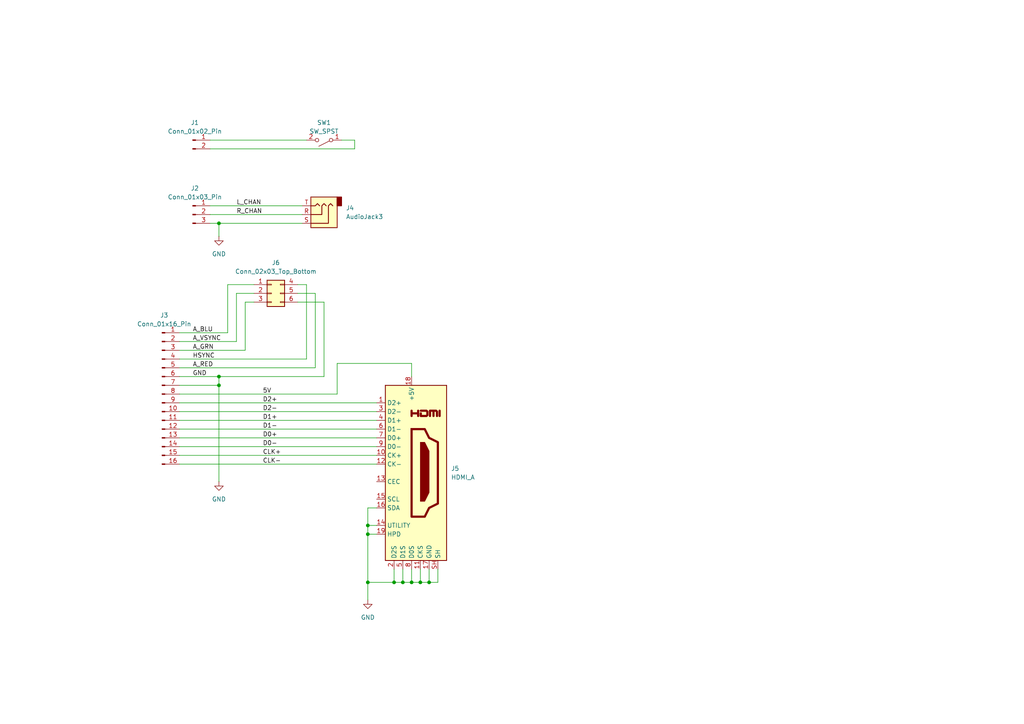
<source format=kicad_sch>
(kicad_sch (version 20231120) (generator "eeschema") (generator_version "8.0")
  (paper "A4")
  (lib_symbols
    (symbol "Connector:Conn_01x02_Pin" (pin_names (offset 1.016) hide)
      (property "Reference" "J" (at 0 2.54 0))
      (property "Value" "Conn_01x02_Pin" (at 0 -5.08 0))
      (symbol "Conn_01x02_Pin_1_1"
        (polyline (pts (xy 1.27 -2.54) (xy 0.8636 -2.54)) (stroke (width 0.1524)))
        (polyline (pts (xy 1.27 0) (xy 0.8636 0)) (stroke (width 0.1524)))
        (rectangle (start 0.8636 -2.413) (end 0 -2.667) (stroke (width 0.1524)) (fill (type outline)))
        (rectangle (start 0.8636 0.127) (end 0 -0.127) (stroke (width 0.1524)) (fill (type outline)))
        (pin passive line (at 5.08 0 180) (length 3.81) (name "Pin_1") (number "1"))
        (pin passive line (at 5.08 -2.54 180) (length 3.81) (name "Pin_2") (number "2"))
      )
    )
    (symbol "Connector:Conn_01x03_Pin" (pin_names (offset 1.016) hide)
      (property "Reference" "J" (at 0 5.08 0))
      (property "Value" "Conn_01x03_Pin" (at 0 -5.08 0))
      (symbol "Conn_01x03_Pin_1_1"
        (polyline (pts (xy 1.27 -2.54) (xy 0.8636 -2.54)) (stroke (width 0.1524)))
        (polyline (pts (xy 1.27 0) (xy 0.8636 0)) (stroke (width 0.1524)))
        (polyline (pts (xy 1.27 2.54) (xy 0.8636 2.54)) (stroke (width 0.1524)))
        (rectangle (start 0.8636 -2.413) (end 0 -2.667) (stroke (width 0.1524)) (fill (type outline)))
        (rectangle (start 0.8636 0.127) (end 0 -0.127) (stroke (width 0.1524)) (fill (type outline)))
        (rectangle (start 0.8636 2.667) (end 0 2.413) (stroke (width 0.1524)) (fill (type outline)))
        (pin passive line (at 5.08 2.54 180) (length 3.81) (name "Pin_1") (number "1"))
        (pin passive line (at 5.08 0 180) (length 3.81) (name "Pin_2") (number "2"))
        (pin passive line (at 5.08 -2.54 180) (length 3.81) (name "Pin_3") (number "3"))
      )
    )
    (symbol "Connector:Conn_01x16_Pin" (pin_names (offset 1.016) hide)
      (property "Reference" "J" (at 0 20.32 0))
      (property "Value" "Conn_01x16_Pin" (at 0 -22.86 0))
      (symbol "Conn_01x16_Pin_1_1"
        (polyline (pts (xy 1.27 -20.32) (xy 0.8636 -20.32)) (stroke (width 0.1524)))
        (polyline (pts (xy 1.27 -17.78) (xy 0.8636 -17.78)) (stroke (width 0.1524)))
        (polyline (pts (xy 1.27 -15.24) (xy 0.8636 -15.24)) (stroke (width 0.1524)))
        (polyline (pts (xy 1.27 -12.7) (xy 0.8636 -12.7)) (stroke (width 0.1524)))
        (polyline (pts (xy 1.27 -10.16) (xy 0.8636 -10.16)) (stroke (width 0.1524)))
        (polyline (pts (xy 1.27 -7.62) (xy 0.8636 -7.62)) (stroke (width 0.1524)))
        (polyline (pts (xy 1.27 -5.08) (xy 0.8636 -5.08)) (stroke (width 0.1524)))
        (polyline (pts (xy 1.27 -2.54) (xy 0.8636 -2.54)) (stroke (width 0.1524)))
        (polyline (pts (xy 1.27 0) (xy 0.8636 0)) (stroke (width 0.1524)))
        (polyline (pts (xy 1.27 2.54) (xy 0.8636 2.54)) (stroke (width 0.1524)))
        (polyline (pts (xy 1.27 5.08) (xy 0.8636 5.08)) (stroke (width 0.1524)))
        (polyline (pts (xy 1.27 7.62) (xy 0.8636 7.62)) (stroke (width 0.1524)))
        (polyline (pts (xy 1.27 10.16) (xy 0.8636 10.16)) (stroke (width 0.1524)))
        (polyline (pts (xy 1.27 12.7) (xy 0.8636 12.7)) (stroke (width 0.1524)))
        (polyline (pts (xy 1.27 15.24) (xy 0.8636 15.24)) (stroke (width 0.1524)))
        (polyline (pts (xy 1.27 17.78) (xy 0.8636 17.78)) (stroke (width 0.1524)))
        (rectangle (start 0.8636 -20.193) (end 0 -20.447) (stroke (width 0.1524)) (fill (type outline)))
        (rectangle (start 0.8636 -17.653) (end 0 -17.907) (stroke (width 0.1524)) (fill (type outline)))
        (rectangle (start 0.8636 -15.113) (end 0 -15.367) (stroke (width 0.1524)) (fill (type outline)))
        (rectangle (start 0.8636 -12.573) (end 0 -12.827) (stroke (width 0.1524)) (fill (type outline)))
        (rectangle (start 0.8636 -10.033) (end 0 -10.287) (stroke (width 0.1524)) (fill (type outline)))
        (rectangle (start 0.8636 -7.493) (end 0 -7.747) (stroke (width 0.1524)) (fill (type outline)))
        (rectangle (start 0.8636 -4.953) (end 0 -5.207) (stroke (width 0.1524)) (fill (type outline)))
        (rectangle (start 0.8636 -2.413) (end 0 -2.667) (stroke (width 0.1524)) (fill (type outline)))
        (rectangle (start 0.8636 0.127) (end 0 -0.127) (stroke (width 0.1524)) (fill (type outline)))
        (rectangle (start 0.8636 2.667) (end 0 2.413) (stroke (width 0.1524)) (fill (type outline)))
        (rectangle (start 0.8636 5.207) (end 0 4.953) (stroke (width 0.1524)) (fill (type outline)))
        (rectangle (start 0.8636 7.747) (end 0 7.493) (stroke (width 0.1524)) (fill (type outline)))
        (rectangle (start 0.8636 10.287) (end 0 10.033) (stroke (width 0.1524)) (fill (type outline)))
        (rectangle (start 0.8636 12.827) (end 0 12.573) (stroke (width 0.1524)) (fill (type outline)))
        (rectangle (start 0.8636 15.367) (end 0 15.113) (stroke (width 0.1524)) (fill (type outline)))
        (rectangle (start 0.8636 17.907) (end 0 17.653) (stroke (width 0.1524)) (fill (type outline)))
        (pin passive line (at 5.08 17.78 180) (length 3.81) (name "Pin_1") (number "1"))
        (pin passive line (at 5.08 -5.08 180) (length 3.81) (name "Pin_10") (number "10"))
        (pin passive line (at 5.08 -7.62 180) (length 3.81) (name "Pin_11") (number "11"))
        (pin passive line (at 5.08 -10.16 180) (length 3.81) (name "Pin_12") (number "12"))
        (pin passive line (at 5.08 -12.7 180) (length 3.81) (name "Pin_13") (number "13"))
        (pin passive line (at 5.08 -15.24 180) (length 3.81) (name "Pin_14") (number "14"))
        (pin passive line (at 5.08 -17.78 180) (length 3.81) (name "Pin_15") (number "15"))
        (pin passive line (at 5.08 -20.32 180) (length 3.81) (name "Pin_16") (number "16"))
        (pin passive line (at 5.08 15.24 180) (length 3.81) (name "Pin_2") (number "2"))
        (pin passive line (at 5.08 12.7 180) (length 3.81) (name "Pin_3") (number "3"))
        (pin passive line (at 5.08 10.16 180) (length 3.81) (name "Pin_4") (number "4"))
        (pin passive line (at 5.08 7.62 180) (length 3.81) (name "Pin_5") (number "5"))
        (pin passive line (at 5.08 5.08 180) (length 3.81) (name "Pin_6") (number "6"))
        (pin passive line (at 5.08 2.54 180) (length 3.81) (name "Pin_7") (number "7"))
        (pin passive line (at 5.08 0 180) (length 3.81) (name "Pin_8") (number "8"))
        (pin passive line (at 5.08 -2.54 180) (length 3.81) (name "Pin_9") (number "9"))
      )
    )
    (symbol "Connector:HDMI_A"
      (property "Reference" "J" (at -6.35 26.67 0))
      (property "Value" "HDMI_A" (at 10.16 26.67 0))
      (symbol "HDMI_A_0_0"
        (polyline (pts (xy 8.128 16.51) (xy 8.128 18.034)) (stroke (width 0.635)))
        (polyline (pts (xy 0 16.51) (xy 0 18.034) (xy 0 17.272) (xy 1.905 17.272) (xy 1.905 18.034) (xy 1.905 16.51)) (stroke (width 0.635)))
        (polyline (pts (xy 2.667 18.034) (xy 4.318 18.034) (xy 4.572 17.78) (xy 4.572 16.764) (xy 4.318 16.51) (xy 2.667 16.51) (xy 2.667 17.272)) (stroke (width 0.635)))
      )
      (symbol "HDMI_A_0_1"
        (rectangle (start -7.62 25.4) (end 10.16 -25.4) (stroke (width 0.254)) (fill (type background)))
        (polyline (pts (xy 2.54 8.89) (xy 3.81 8.89) (xy 5.08 6.35) (xy 5.08 -5.715) (xy 3.81 -8.255) (xy 2.54 -8.255) (xy 2.54 8.89)) (fill (type outline)))
        (polyline (pts (xy 5.334 16.51) (xy 5.334 18.034) (xy 6.35 18.034) (xy 6.35 16.51) (xy 6.35 18.034) (xy 7.112 18.034) (xy 7.366 17.78) (xy 7.366 16.51)) (stroke (width 0.635)))
        (polyline (pts (xy 0 12.7) (xy 0 -12.7) (xy 3.81 -12.7) (xy 5.08 -10.16) (xy 7.62 -8.89) (xy 7.62 8.89) (xy 5.08 10.16) (xy 3.81 12.7) (xy 0 12.7)) (stroke (width 0.635)))
      )
      (symbol "HDMI_A_1_1"
        (pin passive line (at -10.16 20.32 0) (length 2.54) (name "D2+") (number "1"))
        (pin passive line (at -10.16 5.08 0) (length 2.54) (name "CK+") (number "10"))
        (pin power_in line (at 2.54 -27.94 90) (length 2.54) (name "CKS") (number "11"))
        (pin passive line (at -10.16 2.54 0) (length 2.54) (name "CK-") (number "12"))
        (pin bidirectional line (at -10.16 -2.54 0) (length 2.54) (name "CEC") (number "13"))
        (pin passive line (at -10.16 -15.24 0) (length 2.54) (name "UTILITY") (number "14"))
        (pin passive line (at -10.16 -7.62 0) (length 2.54) (name "SCL") (number "15"))
        (pin bidirectional line (at -10.16 -10.16 0) (length 2.54) (name "SDA") (number "16"))
        (pin power_in line (at 5.08 -27.94 90) (length 2.54) (name "GND") (number "17"))
        (pin power_in line (at 0 27.94 270) (length 2.54) (name "+5V") (number "18"))
        (pin passive line (at -10.16 -17.78 0) (length 2.54) (name "HPD") (number "19"))
        (pin power_in line (at -5.08 -27.94 90) (length 2.54) (name "D2S") (number "2"))
        (pin passive line (at -10.16 17.78 0) (length 2.54) (name "D2-") (number "3"))
        (pin passive line (at -10.16 15.24 0) (length 2.54) (name "D1+") (number "4"))
        (pin power_in line (at -2.54 -27.94 90) (length 2.54) (name "D1S") (number "5"))
        (pin passive line (at -10.16 12.7 0) (length 2.54) (name "D1-") (number "6"))
        (pin passive line (at -10.16 10.16 0) (length 2.54) (name "D0+") (number "7"))
        (pin power_in line (at 0 -27.94 90) (length 2.54) (name "D0S") (number "8"))
        (pin passive line (at -10.16 7.62 0) (length 2.54) (name "D0-") (number "9"))
        (pin passive line (at 7.62 -27.94 90) (length 2.54) (name "SH") (number "SH"))
      )
    )
    (symbol "Connector_Audio:AudioJack3"
      (property "Reference" "J" (at 0 8.89 0))
      (property "Value" "AudioJack3" (at 0 6.35 0))
      (symbol "AudioJack3_0_1"
        (rectangle (start -5.08 -5.08) (end -6.35 -2.54) (stroke (width 0.254)) (fill (type outline)))
        (polyline (pts (xy 0 -2.54) (xy 0.635 -3.175) (xy 1.27 -2.54) (xy 2.54 -2.54)) (stroke (width 0.254)))
        (polyline (pts (xy -1.905 -2.54) (xy -1.27 -3.175) (xy -0.635 -2.54) (xy -0.635 0) (xy 2.54 0)) (stroke (width 0.254)))
        (polyline (pts (xy 2.54 2.54) (xy -2.54 2.54) (xy -2.54 -2.54) (xy -3.175 -3.175) (xy -3.81 -2.54)) (stroke (width 0.254)))
        (rectangle (start 2.54 3.81) (end -5.08 -5.08) (stroke (width 0.254)) (fill (type background)))
      )
      (symbol "AudioJack3_1_1"
        (pin passive line (at 5.08 0 180) (length 2.54) (name "~") (number "R"))
        (pin passive line (at 5.08 2.54 180) (length 2.54) (name "~") (number "S"))
        (pin passive line (at 5.08 -2.54 180) (length 2.54) (name "~") (number "T"))
      )
    )
    (symbol "Connector_Generic:Conn_02x03_Top_Bottom" (pin_names (offset 1.016) hide)
      (property "Reference" "J" (at 1.27 5.08 0))
      (property "Value" "Conn_02x03_Top_Bottom" (at 1.27 -5.08 0))
      (symbol "Conn_02x03_Top_Bottom_1_1"
        (rectangle (start -1.27 -2.413) (end 0 -2.667) (stroke (width 0.1524)))
        (rectangle (start -1.27 0.127) (end 0 -0.127) (stroke (width 0.1524)))
        (rectangle (start -1.27 2.667) (end 0 2.413) (stroke (width 0.1524)))
        (rectangle (start -1.27 3.81) (end 3.81 -3.81) (stroke (width 0.254)) (fill (type background)))
        (rectangle (start 3.81 -2.413) (end 2.54 -2.667) (stroke (width 0.1524)))
        (rectangle (start 3.81 0.127) (end 2.54 -0.127) (stroke (width 0.1524)))
        (rectangle (start 3.81 2.667) (end 2.54 2.413) (stroke (width 0.1524)))
        (pin passive line (at -5.08 2.54 0) (length 3.81) (name "Pin_1") (number "1"))
        (pin passive line (at -5.08 0 0) (length 3.81) (name "Pin_2") (number "2"))
        (pin passive line (at -5.08 -2.54 0) (length 3.81) (name "Pin_3") (number "3"))
        (pin passive line (at 7.62 2.54 180) (length 3.81) (name "Pin_4") (number "4"))
        (pin passive line (at 7.62 0 180) (length 3.81) (name "Pin_5") (number "5"))
        (pin passive line (at 7.62 -2.54 180) (length 3.81) (name "Pin_6") (number "6"))
      )
    )
    (symbol "Switch:SW_SPST" (pin_names (offset 0) hide)
      (property "Reference" "SW" (at 0 3.175 0))
      (property "Value" "SW_SPST" (at 0 -2.54 0))
      (symbol "SW_SPST_0_0"
        (circle (center -2.032 0) (radius 0.508))
        (polyline (pts (xy -1.524 0.254) (xy 1.524 1.778)))
        (circle (center 2.032 0) (radius 0.508))
      )
      (symbol "SW_SPST_1_1"
        (pin passive line (at -5.08 0 0) (length 2.54) (name "A") (number "1"))
        (pin passive line (at 5.08 0 180) (length 2.54) (name "B") (number "2"))
      )
    )
    (symbol "power:GND" (power) (pin_numbers hide) (pin_names (offset 0) hide)
      (property "Value" "GND" (at 0 -3.81 0))
      (symbol "GND_0_1"
        (polyline (pts (xy 0 0) (xy 0 -1.27) (xy 1.27 -1.27) (xy 0 -2.54) (xy -1.27 -1.27) (xy 0 -1.27)))
      )
      (symbol "GND_1_1"
        (pin power_in line (at 0 0 270) (length 0) (name "~") (number "1"))
      )
    )
  )
  (junction (at 106.68 154.94))
  (junction (at 63.5 111.76))
  (junction (at 106.68 152.4))
  (junction (at 63.5 109.22))
  (junction (at 114.3 168.91))
  (junction (at 116.84 168.91))
  (junction (at 119.38 168.91))
  (junction (at 63.5 64.77))
  (junction (at 106.68 168.91))
  (junction (at 124.46 168.91))
  (junction (at 121.92 168.91))
  (wire (pts (xy 52.07 119.38) (xy 109.22 119.38)))
  (wire (pts (xy 60.96 64.77) (xy 63.5 64.77)))
  (wire (pts (xy 102.87 40.64) (xy 102.87 43.18)))
  (wire (pts (xy 68.58 99.06) (xy 52.07 99.06)))
  (wire (pts (xy 71.12 87.63) (xy 73.66 87.63)))
  (wire (pts (xy 66.04 82.55) (xy 73.66 82.55)))
  (wire (pts (xy 121.92 165.1) (xy 121.92 168.91)))
  (wire (pts (xy 119.38 105.41) (xy 119.38 109.22)))
  (wire (pts (xy 106.68 154.94) (xy 109.22 154.94)))
  (wire (pts (xy 66.04 96.52) (xy 66.04 82.55)))
  (wire (pts (xy 52.07 106.68) (xy 91.44 106.68)))
  (wire (pts (xy 106.68 147.32) (xy 109.22 147.32)))
  (wire (pts (xy 91.44 106.68) (xy 91.44 85.09)))
  (wire (pts (xy 106.68 152.4) (xy 109.22 152.4)))
  (wire (pts (xy 97.79 105.41) (xy 119.38 105.41)))
  (wire (pts (xy 73.66 85.09) (xy 68.58 85.09)))
  (wire (pts (xy 52.07 129.54) (xy 109.22 129.54)))
  (wire (pts (xy 97.79 114.3) (xy 97.79 105.41)))
  (wire (pts (xy 106.68 154.94) (xy 106.68 168.91)))
  (wire (pts (xy 116.84 168.91) (xy 114.3 168.91)))
  (wire (pts (xy 114.3 165.1) (xy 114.3 168.91)))
  (wire (pts (xy 124.46 168.91) (xy 121.92 168.91)))
  (wire (pts (xy 93.98 87.63) (xy 86.36 87.63)))
  (wire (pts (xy 116.84 165.1) (xy 116.84 168.91)))
  (wire (pts (xy 93.98 109.22) (xy 93.98 87.63)))
  (wire (pts (xy 127 168.91) (xy 124.46 168.91)))
  (wire (pts (xy 106.68 168.91) (xy 114.3 168.91)))
  (wire (pts (xy 52.07 96.52) (xy 66.04 96.52)))
  (wire (pts (xy 63.5 64.77) (xy 87.63 64.77)))
  (wire (pts (xy 124.46 165.1) (xy 124.46 168.91)))
  (wire (pts (xy 88.9 104.14) (xy 88.9 82.55)))
  (wire (pts (xy 52.07 134.62) (xy 109.22 134.62)))
  (wire (pts (xy 52.07 127) (xy 109.22 127)))
  (wire (pts (xy 63.5 109.22) (xy 63.5 111.76)))
  (wire (pts (xy 106.68 168.91) (xy 106.68 173.99)))
  (wire (pts (xy 60.96 62.23) (xy 87.63 62.23)))
  (wire (pts (xy 52.07 116.84) (xy 109.22 116.84)))
  (wire (pts (xy 52.07 104.14) (xy 88.9 104.14)))
  (wire (pts (xy 91.44 85.09) (xy 86.36 85.09)))
  (wire (pts (xy 60.96 59.69) (xy 87.63 59.69)))
  (wire (pts (xy 60.96 40.64) (xy 88.9 40.64)))
  (wire (pts (xy 119.38 168.91) (xy 116.84 168.91)))
  (wire (pts (xy 60.96 43.18) (xy 102.87 43.18)))
  (wire (pts (xy 127 165.1) (xy 127 168.91)))
  (wire (pts (xy 99.06 40.64) (xy 102.87 40.64)))
  (wire (pts (xy 52.07 101.6) (xy 71.12 101.6)))
  (wire (pts (xy 119.38 165.1) (xy 119.38 168.91)))
  (wire (pts (xy 52.07 109.22) (xy 63.5 109.22)))
  (wire (pts (xy 71.12 101.6) (xy 71.12 87.63)))
  (wire (pts (xy 63.5 109.22) (xy 93.98 109.22)))
  (wire (pts (xy 63.5 111.76) (xy 63.5 139.7)))
  (wire (pts (xy 68.58 85.09) (xy 68.58 99.06)))
  (wire (pts (xy 106.68 154.94) (xy 106.68 152.4)))
  (wire (pts (xy 52.07 132.08) (xy 109.22 132.08)))
  (wire (pts (xy 52.07 114.3) (xy 97.79 114.3)))
  (wire (pts (xy 106.68 152.4) (xy 106.68 147.32)))
  (wire (pts (xy 121.92 168.91) (xy 119.38 168.91)))
  (wire (pts (xy 52.07 111.76) (xy 63.5 111.76)))
  (wire (pts (xy 88.9 82.55) (xy 86.36 82.55)))
  (wire (pts (xy 63.5 64.77) (xy 63.5 68.58)))
  (wire (pts (xy 52.07 124.46) (xy 109.22 124.46)))
  (wire (pts (xy 52.07 121.92) (xy 109.22 121.92)))
  (label "D1+" (at 76.2 121.92 0))
  (label "D0-" (at 76.2 129.54 0))
  (label "CLK+" (at 76.2 132.08 0))
  (label "HSYNC" (at 55.88 104.14 0))
  (label "D1-" (at 76.2 124.46 0))
  (label "5V" (at 76.2 114.3 0))
  (label "D2-" (at 76.2 119.38 0))
  (label "D0+" (at 76.2 127 0))
  (label "A_VSYNC" (at 55.88 99.06 0))
  (label "CLK-" (at 76.2 134.62 0))
  (label "L_CHAN" (at 68.58 59.69 0))
  (label "A_RED" (at 55.88 106.68 0))
  (label "A_BLU" (at 55.88 96.52 0))
  (label "GND" (at 55.88 109.22 0))
  (label "A_GRN" (at 55.88 101.6 0))
  (label "D2+" (at 76.2 116.84 0))
  (label "R_CHAN" (at 68.58 62.23 0))
  (symbol (lib_id "Connector:Conn_01x03_Pin") (at 55.88 62.23 0) (unit 1)
    (property "Reference" "J2" (at 56.515 54.61 0))
    (property "Value" "Conn_01x03_Pin" (at 56.515 57.15 0))
    (property "Footprint" "Connector_JST:JST_XH_B3B-XH-A_1x03_P2.50mm_Vertical" (effects (hide yes)))
    (property "Description" "Generic connector, single row, 01x03, script generated" (effects (hide yes)))
  )
  (symbol (lib_id "power:GND") (at 106.68 173.99 0) (unit 1)
    (property "Reference" "#PWR02" (effects (hide yes)))
    (property "Value" "GND" (at 106.68 179.07 0))
    (property "Description" "Power symbol creates a global label with name \"GND\" , ground" (effects (hide yes)))
  )
  (symbol (lib_id "Connector_Audio:AudioJack3") (at 92.71 62.23 180) (unit 1)
    (property "Reference" "J4" (at 100.33 60.3249 0) (effects (justify right)))
    (property "Value" "AudioJack3" (at 100.33 62.8649 0) (effects (justify right)))
    (property "Footprint" "xess:xess-KYCON-STX-3000" (effects (hide yes)))
    (property "Description" "Audio Jack, 3 Poles (Stereo / TRS)" (effects (hide yes)))
  )
  (symbol (lib_id "Connector:Conn_01x16_Pin") (at 46.99 114.3 0) (unit 1)
    (property "Reference" "J3" (at 47.625 91.44 0))
    (property "Value" "Conn_01x16_Pin" (at 47.625 93.98 0))
    (property "Footprint" "Connector_TE-Connectivity:TE_Micro-MaTch_1-215079-6_2x08_P1.27mm_Vertical" (effects (hide yes)))
    (property "Description" "Generic connector, single row, 01x16, script generated" (effects (hide yes)))
  )
  (symbol (lib_id "power:GND") (at 63.5 68.58 0) (unit 1)
    (property "Reference" "#PWR03" (effects (hide yes)))
    (property "Value" "GND" (at 63.5 73.66 0))
    (property "Description" "Power symbol creates a global label with name \"GND\" , ground" (effects (hide yes)))
  )
  (symbol (lib_id "Connector_Generic:Conn_02x03_Top_Bottom") (at 78.74 85.09 0) (unit 1)
    (property "Reference" "J6" (at 80.01 76.2 0))
    (property "Value" "Conn_02x03_Top_Bottom" (at 80.01 78.74 0))
    (property "Footprint" "Connector_IDC:IDC-Header_2x03_P2.54mm_Vertical" (effects (hide yes)))
    (property "Description" "Generic connector, double row, 02x03, top/bottom pin numbering scheme (row 1: 1...pins_per_row, row2: pins_per_row+1 ... num_pins), script generated (kicad-library-utils/schlib/autogen/connector/)" (effects (hide yes)))
  )
  (symbol (lib_id "Switch:SW_SPST") (at 93.98 40.64 180) (unit 1)
    (property "Reference" "SW1" (at 93.98 35.56 0))
    (property "Value" "SW_SPST" (at 93.98 38.1 0))
    (property "Footprint" "Button_Switch_THT:SW_Tactile_SPST_Angled_PTS645Vx83-2LFS" (effects (hide yes)))
    (property "Description" "Single Pole Single Throw (SPST) switch" (effects (hide yes)))
  )
  (symbol (lib_id "Connector:HDMI_A") (at 119.38 137.16 0) (unit 1)
    (property "Reference" "J5" (at 130.81 135.8899 0) (effects (justify left)))
    (property "Value" "HDMI_A" (at 130.81 138.4299 0) (effects (justify left)))
    (property "Footprint" "Connector_HDMI:HDMI_A_Molex_208658-1001_Horizontal" (effects (hide yes)))
    (property "Datasheet" "https://en.wikipedia.org/wiki/HDMI" (effects (hide yes)))
    (property "Description" "HDMI type A connector" (effects (hide yes)))
  )
  (symbol (lib_id "power:GND") (at 63.5 139.7 0) (unit 1)
    (property "Reference" "#PWR01" (effects (hide yes)))
    (property "Value" "GND" (at 63.5 144.78 0))
    (property "Description" "Power symbol creates a global label with name \"GND\" , ground" (effects (hide yes)))
  )
  (symbol (lib_id "Connector:Conn_01x02_Pin") (at 55.88 40.64 0) (unit 1)
    (property "Reference" "J1" (at 56.515 35.56 0))
    (property "Value" "Conn_01x02_Pin" (at 56.515 38.1 0))
    (property "Footprint" "Connector_JST:JST_XH_B2B-XH-AM_1x02_P2.50mm_Vertical" (effects (hide yes)))
    (property "Description" "Generic connector, single row, 01x02, script generated" (effects (hide yes)))
  )
)
</source>
